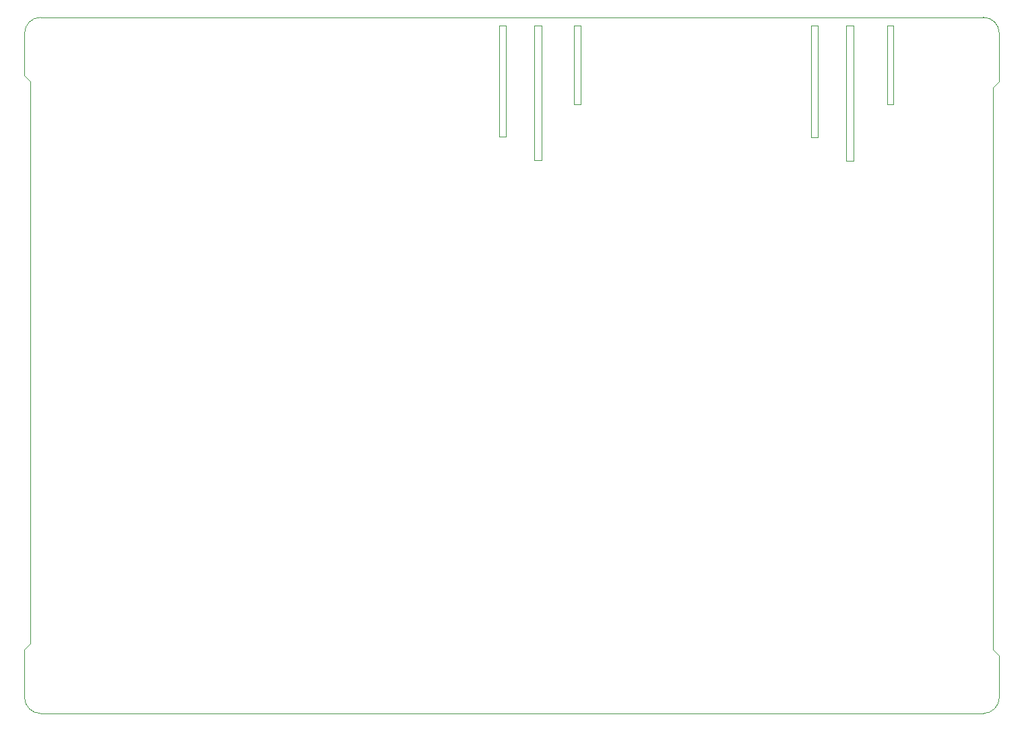
<source format=gbr>
%TF.GenerationSoftware,KiCad,Pcbnew,7.0.7*%
%TF.CreationDate,2024-04-10T19:08:45+02:00*%
%TF.ProjectId,ControllerCircuit,436f6e74-726f-46c6-9c65-724369726375,rev?*%
%TF.SameCoordinates,Original*%
%TF.FileFunction,Profile,NP*%
%FSLAX46Y46*%
G04 Gerber Fmt 4.6, Leading zero omitted, Abs format (unit mm)*
G04 Created by KiCad (PCBNEW 7.0.7) date 2024-04-10 19:08:45*
%MOMM*%
%LPD*%
G01*
G04 APERTURE LIST*
%TA.AperFunction,Profile*%
%ADD10C,0.050000*%
%TD*%
%TA.AperFunction,Profile*%
%ADD11C,0.100000*%
%TD*%
G04 APERTURE END LIST*
D10*
X120500000Y87550000D02*
X2000000Y87550000D01*
X2000000Y87550000D02*
G75*
G03*
X0Y85550000I0J-2000000D01*
G01*
X120500000Y0D02*
G75*
G03*
X122500000Y2000000I0J2000000D01*
G01*
X120500000Y0D02*
X2000000Y0D01*
X0Y2000000D02*
G75*
G03*
X2000000Y0I2000000J0D01*
G01*
X0Y80250000D02*
X750000Y79500000D01*
X0Y2000000D02*
X0Y8000000D01*
X122500000Y2000000D02*
X122500000Y7250000D01*
X122500000Y7250000D02*
X121750000Y8000000D01*
X122500000Y79500000D02*
X121750000Y78750000D01*
X122500000Y85550000D02*
X122500000Y79500000D01*
D11*
X99675000Y72500000D02*
X98875000Y72500000D01*
X98875000Y86500000D02*
X99675000Y86500000D01*
X98875000Y72500000D02*
X98875000Y86500000D01*
X99675000Y86500000D02*
X99675000Y72500000D01*
X109175000Y76600000D02*
X108375000Y76600000D01*
X108375000Y76600000D02*
X108375000Y86500000D01*
X109175000Y86500000D02*
X109175000Y76600000D01*
X108375000Y86500000D02*
X109175000Y86500000D01*
D10*
X121750000Y8000000D02*
X121750000Y78750000D01*
D11*
X59675000Y72550000D02*
X59675000Y86550000D01*
X69075000Y76650000D02*
X69075000Y86550000D01*
X69075000Y86550000D02*
X69875000Y86550000D01*
X60475000Y72550000D02*
X59675000Y72550000D01*
X69875000Y76650000D02*
X69075000Y76650000D01*
X69875000Y86550000D02*
X69875000Y76650000D01*
X60475000Y86550000D02*
X60475000Y72550000D01*
X64975000Y69550000D02*
X64075000Y69550000D01*
X59675000Y86550000D02*
X60475000Y86550000D01*
X64075000Y86550000D02*
X64975000Y86550000D01*
X64975000Y86550000D02*
X64975000Y69550000D01*
X64075000Y69550000D02*
X64075000Y86550000D01*
X103275000Y69500000D02*
X103275000Y86500000D01*
X104175000Y69500000D02*
X103275000Y69500000D01*
D10*
X122500000Y85550000D02*
G75*
G03*
X120500000Y87550000I-2000000J0D01*
G01*
X0Y85550000D02*
X0Y80250000D01*
D11*
X104175000Y86500000D02*
X104175000Y69500000D01*
D10*
X750000Y79500000D02*
X750000Y8750000D01*
X0Y8000000D02*
X750000Y8750000D01*
D11*
X103275000Y86500000D02*
X104175000Y86500000D01*
M02*

</source>
